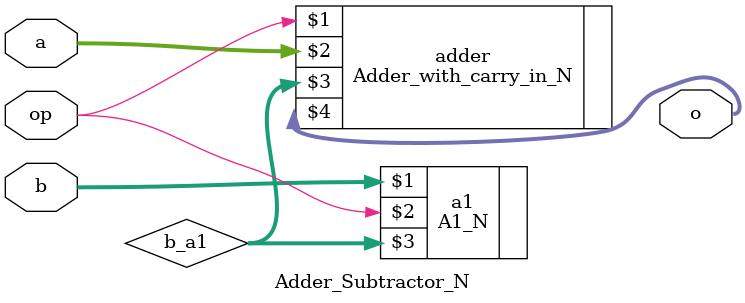
<source format=sv>
module Adder_Subtractor_N #(parameter N=4)
(
	input op,			// 0 -> add. 1 -> sub
	input [N-1:0] a,
	input [N-1:0] b,
	
	output [N-1:0] o
);
	logic [N-1:0] b_a1;
	A1_N #(N) a1(b, op, b_a1);
	Adder_with_carry_in_N #(N) adder(op, a, b_a1, o);
	
endmodule

</source>
